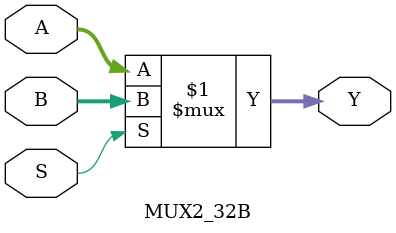
<source format=v>
module MUX2_32B (A,B,S,Y);
    input [31:0] A,B;
    input S;
    output [31:0] Y;
    assign Y = (S)? B: A;
endmodule



</source>
